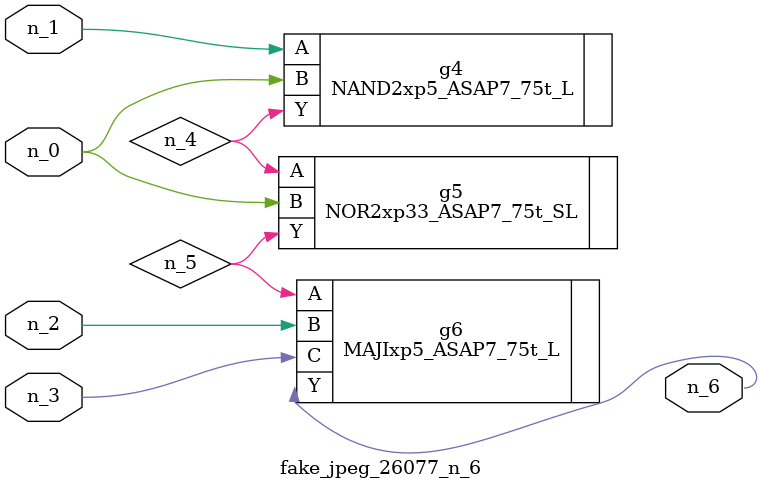
<source format=v>
module fake_jpeg_26077_n_6 (n_0, n_3, n_2, n_1, n_6);

input n_0;
input n_3;
input n_2;
input n_1;

output n_6;

wire n_4;
wire n_5;

NAND2xp5_ASAP7_75t_L g4 ( 
.A(n_1),
.B(n_0),
.Y(n_4)
);

NOR2xp33_ASAP7_75t_SL g5 ( 
.A(n_4),
.B(n_0),
.Y(n_5)
);

MAJIxp5_ASAP7_75t_L g6 ( 
.A(n_5),
.B(n_2),
.C(n_3),
.Y(n_6)
);


endmodule
</source>
